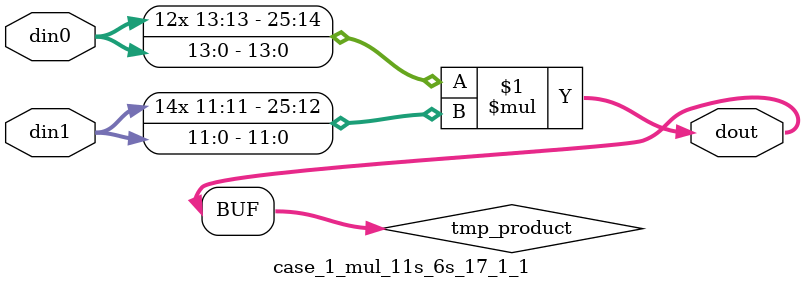
<source format=v>

`timescale 1 ns / 1 ps

 (* use_dsp = "no" *)  module case_1_mul_11s_6s_17_1_1(din0, din1, dout);
parameter ID = 1;
parameter NUM_STAGE = 0;
parameter din0_WIDTH = 14;
parameter din1_WIDTH = 12;
parameter dout_WIDTH = 26;

input [din0_WIDTH - 1 : 0] din0; 
input [din1_WIDTH - 1 : 0] din1; 
output [dout_WIDTH - 1 : 0] dout;

wire signed [dout_WIDTH - 1 : 0] tmp_product;



























assign tmp_product = $signed(din0) * $signed(din1);








assign dout = tmp_product;





















endmodule

</source>
